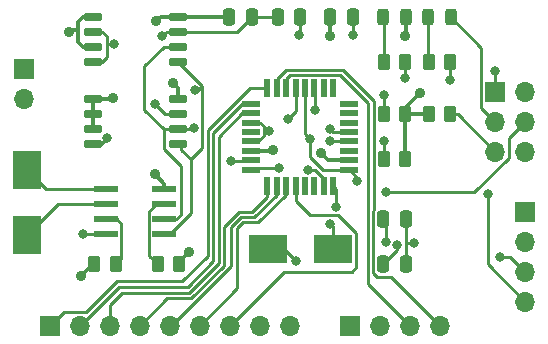
<source format=gtl>
%TF.GenerationSoftware,KiCad,Pcbnew,8.0.6*%
%TF.CreationDate,2024-11-27T12:56:47-08:00*%
%TF.ProjectId,Project 3 MCUdatalogger,50726f6a-6563-4742-9033-204d43556461,1*%
%TF.SameCoordinates,Original*%
%TF.FileFunction,Copper,L1,Top*%
%TF.FilePolarity,Positive*%
%FSLAX46Y46*%
G04 Gerber Fmt 4.6, Leading zero omitted, Abs format (unit mm)*
G04 Created by KiCad (PCBNEW 8.0.6) date 2024-11-27 12:56:47*
%MOMM*%
%LPD*%
G01*
G04 APERTURE LIST*
G04 Aperture macros list*
%AMRoundRect*
0 Rectangle with rounded corners*
0 $1 Rounding radius*
0 $2 $3 $4 $5 $6 $7 $8 $9 X,Y pos of 4 corners*
0 Add a 4 corners polygon primitive as box body*
4,1,4,$2,$3,$4,$5,$6,$7,$8,$9,$2,$3,0*
0 Add four circle primitives for the rounded corners*
1,1,$1+$1,$2,$3*
1,1,$1+$1,$4,$5*
1,1,$1+$1,$6,$7*
1,1,$1+$1,$8,$9*
0 Add four rect primitives between the rounded corners*
20,1,$1+$1,$2,$3,$4,$5,0*
20,1,$1+$1,$4,$5,$6,$7,0*
20,1,$1+$1,$6,$7,$8,$9,0*
20,1,$1+$1,$8,$9,$2,$3,0*%
G04 Aperture macros list end*
%TA.AperFunction,SMDPad,CuDef*%
%ADD10RoundRect,0.250000X0.262500X0.450000X-0.262500X0.450000X-0.262500X-0.450000X0.262500X-0.450000X0*%
%TD*%
%TA.AperFunction,SMDPad,CuDef*%
%ADD11RoundRect,0.073750X-0.911250X-0.221250X0.911250X-0.221250X0.911250X0.221250X-0.911250X0.221250X0*%
%TD*%
%TA.AperFunction,SMDPad,CuDef*%
%ADD12R,2.400000X3.325000*%
%TD*%
%TA.AperFunction,SMDPad,CuDef*%
%ADD13RoundRect,0.250000X-0.262500X-0.450000X0.262500X-0.450000X0.262500X0.450000X-0.262500X0.450000X0*%
%TD*%
%TA.AperFunction,ComponentPad*%
%ADD14R,1.700000X1.700000*%
%TD*%
%TA.AperFunction,ComponentPad*%
%ADD15O,1.700000X1.700000*%
%TD*%
%TA.AperFunction,SMDPad,CuDef*%
%ADD16RoundRect,0.250000X-0.250000X-0.475000X0.250000X-0.475000X0.250000X0.475000X-0.250000X0.475000X0*%
%TD*%
%TA.AperFunction,SMDPad,CuDef*%
%ADD17RoundRect,0.250000X0.250000X0.475000X-0.250000X0.475000X-0.250000X-0.475000X0.250000X-0.475000X0*%
%TD*%
%TA.AperFunction,SMDPad,CuDef*%
%ADD18RoundRect,0.150000X-0.650000X-0.150000X0.650000X-0.150000X0.650000X0.150000X-0.650000X0.150000X0*%
%TD*%
%TA.AperFunction,SMDPad,CuDef*%
%ADD19RoundRect,0.243750X-0.243750X-0.456250X0.243750X-0.456250X0.243750X0.456250X-0.243750X0.456250X0*%
%TD*%
%TA.AperFunction,SMDPad,CuDef*%
%ADD20RoundRect,0.068750X-0.666250X-0.206250X0.666250X-0.206250X0.666250X0.206250X-0.666250X0.206250X0*%
%TD*%
%TA.AperFunction,SMDPad,CuDef*%
%ADD21RoundRect,0.068750X-0.206250X-0.666250X0.206250X-0.666250X0.206250X0.666250X-0.206250X0.666250X0*%
%TD*%
%TA.AperFunction,SMDPad,CuDef*%
%ADD22R,3.325000X2.400000*%
%TD*%
%TA.AperFunction,ViaPad*%
%ADD23C,0.900000*%
%TD*%
%TA.AperFunction,ViaPad*%
%ADD24C,0.800000*%
%TD*%
%TA.AperFunction,Conductor*%
%ADD25C,0.250000*%
%TD*%
%TA.AperFunction,Conductor*%
%ADD26C,0.350000*%
%TD*%
G04 APERTURE END LIST*
D10*
%TO.P,R5,1*%
%TO.N,GND*%
X76200000Y-63500000D03*
%TO.P,R5,2*%
%TO.N,Net-(D1-K)*%
X74375000Y-63500000D03*
%TD*%
D11*
%TO.P,U2,1,X1*%
%TO.N,Net-(U2-X1)*%
X47055000Y-74295000D03*
%TO.P,U2,2,X2*%
%TO.N,Net-(U2-X2)*%
X47055000Y-75565000D03*
%TO.P,U2,3,~{INTA}*%
%TO.N,Net-(U2-~{INTA})*%
X47055000Y-76835000D03*
%TO.P,U2,4,GND*%
%TO.N,GND*%
X47055000Y-78105000D03*
%TO.P,U2,5,SDA*%
%TO.N,/SDA*%
X52005000Y-78105000D03*
%TO.P,U2,6,SCL*%
%TO.N,/SCK*%
X52005000Y-76835000D03*
%TO.P,U2,7,SQW/~INT*%
%TO.N,Net-(U2-SQW{slash}~INT)*%
X52005000Y-75565000D03*
%TO.P,U2,8,VCC*%
%TO.N,/Vcc*%
X52005000Y-74295000D03*
%TD*%
D12*
%TO.P,Y1,1,1*%
%TO.N,Net-(U2-X1)*%
X40386000Y-72675500D03*
%TO.P,Y1,2,2*%
%TO.N,Net-(U2-X2)*%
X40386000Y-78200500D03*
%TD*%
D10*
%TO.P,R2,1*%
%TO.N,/Vcc*%
X53260000Y-80645000D03*
%TO.P,R2,2*%
%TO.N,Net-(U2-SQW{slash}~INT)*%
X51435000Y-80645000D03*
%TD*%
D13*
%TO.P,R1,1*%
%TO.N,/Vcc*%
X46077500Y-80645000D03*
%TO.P,R1,2*%
%TO.N,Net-(U2-~{INTA})*%
X47902500Y-80645000D03*
%TD*%
D14*
%TO.P,J4,1,Pin_1*%
%TO.N,/MISO*%
X80010000Y-66040000D03*
D15*
%TO.P,J4,2,Pin_2*%
%TO.N,/Vcc*%
X82550000Y-66040000D03*
%TO.P,J4,3,Pin_3*%
%TO.N,/SCK*%
X80010000Y-68580000D03*
%TO.P,J4,4,Pin_4*%
%TO.N,/MOSI*%
X82550000Y-68580000D03*
%TO.P,J4,5,Pin_5*%
%TO.N,/RESET*%
X80010000Y-71120000D03*
%TO.P,J4,6,Pin_6*%
%TO.N,GND*%
X82550000Y-71120000D03*
%TD*%
D16*
%TO.P,C5,1*%
%TO.N,/Vcc*%
X66045000Y-59690000D03*
%TO.P,C5,2*%
%TO.N,GND*%
X67945000Y-59690000D03*
%TD*%
D10*
%TO.P,R4,1*%
%TO.N,/Vcc*%
X72390000Y-67945000D03*
%TO.P,R4,2*%
%TO.N,/SDA*%
X70565000Y-67945000D03*
%TD*%
D13*
%TO.P,R7,1*%
%TO.N,Net-(D2-K)*%
X70565000Y-63500000D03*
%TO.P,R7,2*%
%TO.N,GND*%
X72390000Y-63500000D03*
%TD*%
D10*
%TO.P,R3,1*%
%TO.N,/Vcc*%
X72390000Y-71755000D03*
%TO.P,R3,2*%
%TO.N,/SCK*%
X70565000Y-71755000D03*
%TD*%
D13*
%TO.P,R6,1*%
%TO.N,/Vcc*%
X74375000Y-67945000D03*
%TO.P,R6,2*%
%TO.N,/RESET*%
X76200000Y-67945000D03*
%TD*%
D16*
%TO.P,C3,1*%
%TO.N,GND*%
X61600000Y-59690000D03*
%TO.P,C3,2*%
%TO.N,Net-(U4-PB7)*%
X63500000Y-59690000D03*
%TD*%
D17*
%TO.P,C2,1*%
%TO.N,GND*%
X72427500Y-76835000D03*
%TO.P,C2,2*%
%TO.N,Net-(U4-PB6)*%
X70527500Y-76835000D03*
%TD*%
D16*
%TO.P,C1,1*%
%TO.N,/Vcc*%
X57475000Y-59690000D03*
%TO.P,C1,2*%
%TO.N,GND*%
X59375000Y-59690000D03*
%TD*%
D18*
%TO.P,U1,1,A0*%
%TO.N,/Vcc*%
X45930000Y-66675000D03*
%TO.P,U1,2,A1*%
X45930000Y-67945000D03*
%TO.P,U1,3,A2*%
X45930000Y-69215000D03*
%TO.P,U1,4,GND*%
%TO.N,GND*%
X45930000Y-70485000D03*
%TO.P,U1,5,SDA*%
%TO.N,/SDA*%
X53130000Y-70485000D03*
%TO.P,U1,6,SCL*%
%TO.N,/SCK*%
X53130000Y-69215000D03*
%TO.P,U1,7,WP*%
%TO.N,GND*%
X53130000Y-67945000D03*
%TO.P,U1,8,VCC*%
%TO.N,/Vcc*%
X53130000Y-66675000D03*
%TD*%
D14*
%TO.P,J2,1,Pin_1*%
%TO.N,/D2*%
X42291000Y-85852000D03*
D15*
%TO.P,J2,2,Pin_2*%
%TO.N,/D3*%
X44831000Y-85852000D03*
%TO.P,J2,3,Pin_3*%
%TO.N,/D4*%
X47371000Y-85852000D03*
%TO.P,J2,4,Pin_4*%
%TO.N,/D5*%
X49911000Y-85852000D03*
%TO.P,J2,5,Pin_5*%
%TO.N,/D6*%
X52451000Y-85852000D03*
%TO.P,J2,6,Pin_6*%
%TO.N,/D7*%
X54991000Y-85852000D03*
%TO.P,J2,7,Pin_7*%
%TO.N,/D8*%
X57531000Y-85852000D03*
%TO.P,J2,8,Pin_8*%
%TO.N,GND*%
X60071000Y-85852000D03*
%TO.P,J2,9,Pin_9*%
%TO.N,/Vcc*%
X62611000Y-85852000D03*
%TD*%
D18*
%TO.P,U3,1,A0*%
%TO.N,/Vcc*%
X45930000Y-59690000D03*
%TO.P,U3,2,A1*%
%TO.N,GND*%
X45930000Y-60960000D03*
%TO.P,U3,3,A2*%
%TO.N,/Vcc*%
X45930000Y-62230000D03*
%TO.P,U3,4,GND*%
%TO.N,GND*%
X45930000Y-63500000D03*
%TO.P,U3,5,SDA*%
%TO.N,/SDA*%
X53130000Y-63500000D03*
%TO.P,U3,6,SCL*%
%TO.N,/SCK*%
X53130000Y-62230000D03*
%TO.P,U3,7,WP*%
%TO.N,GND*%
X53130000Y-60960000D03*
%TO.P,U3,8,VCC*%
%TO.N,/Vcc*%
X53130000Y-59690000D03*
%TD*%
D19*
%TO.P,D2,1,K*%
%TO.N,Net-(D2-K)*%
X70540000Y-59690000D03*
%TO.P,D2,2,A*%
%TO.N,/Vcc*%
X72415000Y-59690000D03*
%TD*%
D14*
%TO.P,BT1,1,+*%
%TO.N,/Vcc*%
X40132000Y-64135000D03*
D15*
%TO.P,BT1,2,-*%
%TO.N,GND*%
X40132000Y-66675000D03*
%TD*%
D17*
%TO.P,C4,1*%
%TO.N,GND*%
X72427500Y-80645000D03*
%TO.P,C4,2*%
%TO.N,Net-(U4-AREF)*%
X70527500Y-80645000D03*
%TD*%
D14*
%TO.P,J3,1,Pin_1*%
%TO.N,GND*%
X67691000Y-85852000D03*
D15*
%TO.P,J3,2,Pin_2*%
%TO.N,/Vcc*%
X70231000Y-85852000D03*
%TO.P,J3,3,Pin_3*%
%TO.N,/RX*%
X72771000Y-85852000D03*
%TO.P,J3,4,Pin_4*%
%TO.N,/TX*%
X75311000Y-85852000D03*
%TD*%
D14*
%TO.P,J1,1,Pin_1*%
%TO.N,GND*%
X82550000Y-76200000D03*
D15*
%TO.P,J1,2,Pin_2*%
%TO.N,/Vcc*%
X82550000Y-78740000D03*
%TO.P,J1,3,Pin_3*%
%TO.N,/SDA*%
X82550000Y-81280000D03*
%TO.P,J1,4,Pin_4*%
%TO.N,/SCK*%
X82550000Y-83820000D03*
%TD*%
D19*
%TO.P,D1,1,K*%
%TO.N,Net-(D1-K)*%
X74350000Y-59690000D03*
%TO.P,D1,2,A*%
%TO.N,/SCK*%
X76225000Y-59690000D03*
%TD*%
D20*
%TO.P,U4,1,PD3*%
%TO.N,/D3*%
X59330000Y-67050000D03*
%TO.P,U4,2,PD4*%
%TO.N,/D4*%
X59330000Y-67850000D03*
%TO.P,U4,3,GND*%
%TO.N,GND*%
X59330000Y-68650000D03*
%TO.P,U4,4,VCC*%
%TO.N,unconnected-(U4-VCC-Pad4)*%
X59330000Y-69450000D03*
%TO.P,U4,5,GND*%
%TO.N,GND*%
X59330000Y-70250000D03*
%TO.P,U4,6,VCC*%
%TO.N,/Vcc*%
X59330000Y-71050000D03*
%TO.P,U4,7,PB6*%
%TO.N,Net-(U4-PB6)*%
X59330000Y-71850000D03*
%TO.P,U4,8,PB7*%
%TO.N,Net-(U4-PB7)*%
X59330000Y-72650000D03*
D21*
%TO.P,U4,9,PD5*%
%TO.N,/D5*%
X60700000Y-74020000D03*
%TO.P,U4,10,PD6*%
%TO.N,/D6*%
X61500000Y-74020000D03*
%TO.P,U4,11,PD7*%
%TO.N,/D7*%
X62300000Y-74020000D03*
%TO.P,U4,12,PB0*%
%TO.N,/D8*%
X63100000Y-74020000D03*
%TO.P,U4,13,PB1*%
%TO.N,unconnected-(U4-PB1-Pad13)*%
X63900000Y-74020000D03*
%TO.P,U4,14,PB2*%
%TO.N,unconnected-(U4-PB2-Pad14)*%
X64700000Y-74020000D03*
%TO.P,U4,15,PB3*%
%TO.N,/MOSI*%
X65500000Y-74020000D03*
%TO.P,U4,16,PB4*%
%TO.N,/MISO*%
X66300000Y-74020000D03*
D20*
%TO.P,U4,17,PB5*%
%TO.N,/SCK*%
X67670000Y-72650000D03*
%TO.P,U4,18,AVCC*%
%TO.N,/Vcc*%
X67670000Y-71850000D03*
%TO.P,U4,19,ADC6*%
%TO.N,unconnected-(U4-ADC6-Pad19)*%
X67670000Y-71050000D03*
%TO.P,U4,20,AREF*%
%TO.N,Net-(U4-AREF)*%
X67670000Y-70250000D03*
%TO.P,U4,21,GND*%
%TO.N,GND*%
X67670000Y-69450000D03*
%TO.P,U4,22,ADC7*%
%TO.N,unconnected-(U4-ADC7-Pad22)*%
X67670000Y-68650000D03*
%TO.P,U4,23,PC0*%
%TO.N,unconnected-(U4-PC0-Pad23)*%
X67670000Y-67850000D03*
%TO.P,U4,24,PC1*%
%TO.N,unconnected-(U4-PC1-Pad24)*%
X67670000Y-67050000D03*
D21*
%TO.P,U4,25,PC2*%
%TO.N,unconnected-(U4-PC2-Pad25)*%
X66300000Y-65680000D03*
%TO.P,U4,26,PC3*%
%TO.N,unconnected-(U4-PC3-Pad26)*%
X65500000Y-65680000D03*
%TO.P,U4,27,PC4*%
%TO.N,/SDA*%
X64700000Y-65680000D03*
%TO.P,U4,28,PC5*%
%TO.N,/SCK*%
X63900000Y-65680000D03*
%TO.P,U4,29,PC6/~{RESET}*%
%TO.N,/RESET*%
X63100000Y-65680000D03*
%TO.P,U4,30,PD0*%
%TO.N,/RX*%
X62300000Y-65680000D03*
%TO.P,U4,31,PD1*%
%TO.N,/TX*%
X61500000Y-65680000D03*
%TO.P,U4,32,PD2*%
%TO.N,/D2*%
X60700000Y-65680000D03*
%TD*%
D22*
%TO.P,Y2,1,1*%
%TO.N,Net-(U4-PB7)*%
X66262500Y-79375000D03*
%TO.P,Y2,2,2*%
%TO.N,Net-(U4-PB6)*%
X60737500Y-79375000D03*
%TD*%
D23*
%TO.N,/Vcc*%
X51181000Y-73025000D03*
X65278000Y-71247000D03*
X73660000Y-66167000D03*
X72390000Y-61341000D03*
X66040000Y-61341000D03*
X61214000Y-70929000D03*
X52705000Y-65278000D03*
X51308000Y-60071000D03*
X47625000Y-66548000D03*
X43942000Y-60960000D03*
X44958000Y-81661000D03*
X54102000Y-79629000D03*
D24*
%TO.N,/MISO*%
X66548000Y-75766000D03*
X80010000Y-64262000D03*
%TO.N,GND*%
X67945000Y-61214000D03*
X72390000Y-64897000D03*
X76200000Y-65024000D03*
X73152000Y-78867000D03*
X45085000Y-78105000D03*
X66035347Y-69210347D03*
X60833000Y-69379000D03*
X47117000Y-69977000D03*
X51181000Y-67056000D03*
X47752000Y-61976000D03*
X51816000Y-61341000D03*
%TO.N,/RESET*%
X62484000Y-68326000D03*
%TO.N,/SCK*%
X54483000Y-69088000D03*
X64325500Y-70040500D03*
%TO.N,Net-(U4-PB6)*%
X57658000Y-71882000D03*
%TO.N,/SCK*%
X79375000Y-74676000D03*
%TO.N,/SDA*%
X80391000Y-80010000D03*
%TO.N,Net-(U4-AREF)*%
X71700527Y-79014722D03*
X66040000Y-70231000D03*
%TO.N,Net-(U4-PB6)*%
X70739000Y-78740000D03*
X63119000Y-80391000D03*
%TO.N,Net-(U4-PB7)*%
X66040000Y-77216000D03*
X61722000Y-72517000D03*
X63373000Y-61214000D03*
%TO.N,/SCK*%
X68267153Y-73591847D03*
X70612000Y-70231000D03*
%TO.N,/SDA*%
X64770000Y-67564000D03*
X70612000Y-66294000D03*
%TO.N,/MOSI*%
X64135000Y-72644000D03*
X70739000Y-74549000D03*
%TO.N,/SDA*%
X54610000Y-65913000D03*
%TD*%
D25*
%TO.N,/TX*%
X61500000Y-64951000D02*
X61500000Y-65680000D01*
X62281000Y-64170000D02*
X61500000Y-64951000D01*
X67092396Y-64170000D02*
X62281000Y-64170000D01*
X69723000Y-66800604D02*
X67092396Y-64170000D01*
X69727500Y-76089900D02*
X69727500Y-66933500D01*
X70011000Y-81695000D02*
X69702500Y-81386500D01*
X69702500Y-76114900D02*
X69727500Y-76089900D01*
X69702500Y-81386500D02*
X69702500Y-76114900D01*
X69723000Y-66929000D02*
X69723000Y-66800604D01*
X71154000Y-81695000D02*
X70011000Y-81695000D01*
X75311000Y-85852000D02*
X71154000Y-81695000D01*
X69727500Y-66933500D02*
X69723000Y-66929000D01*
D26*
%TO.N,/Vcc*%
X52005000Y-73849000D02*
X51181000Y-73025000D01*
X52005000Y-74295000D02*
X52005000Y-73849000D01*
X65278000Y-71247000D02*
X65881000Y-71850000D01*
X65881000Y-71850000D02*
X67670000Y-71850000D01*
D25*
%TO.N,/SCK*%
X64325500Y-71564500D02*
X64325500Y-70040500D01*
X65411000Y-72650000D02*
X64325500Y-71564500D01*
X67670000Y-72650000D02*
X65411000Y-72650000D01*
%TO.N,/MOSI*%
X64755252Y-72644000D02*
X65500000Y-73388748D01*
X64135000Y-72644000D02*
X64755252Y-72644000D01*
X65500000Y-73388748D02*
X65500000Y-74020000D01*
D26*
%TO.N,/Vcc*%
X72390000Y-67437000D02*
X73660000Y-66167000D01*
X72390000Y-67945000D02*
X72390000Y-67437000D01*
X72415000Y-61316000D02*
X72390000Y-61341000D01*
X72415000Y-59690000D02*
X72415000Y-61316000D01*
X66045000Y-61336000D02*
X66040000Y-61341000D01*
X66045000Y-59690000D02*
X66045000Y-61336000D01*
X61093000Y-71050000D02*
X61214000Y-70929000D01*
X59330000Y-71050000D02*
X61093000Y-71050000D01*
X53130000Y-65703000D02*
X52705000Y-65278000D01*
X53130000Y-66675000D02*
X53130000Y-65703000D01*
X51689000Y-59690000D02*
X51308000Y-60071000D01*
X53130000Y-59690000D02*
X51689000Y-59690000D01*
X47498000Y-66675000D02*
X47625000Y-66548000D01*
X45930000Y-66675000D02*
X47498000Y-66675000D01*
X44069000Y-60833000D02*
X43942000Y-60960000D01*
X44704000Y-60833000D02*
X44069000Y-60833000D01*
X44704000Y-60833000D02*
X44704000Y-60116001D01*
X44704000Y-61803999D02*
X44704000Y-60833000D01*
X45974000Y-80645000D02*
X44958000Y-81661000D01*
X46077500Y-80645000D02*
X45974000Y-80645000D01*
X53260000Y-80471000D02*
X54102000Y-79629000D01*
X53260000Y-80645000D02*
X53260000Y-80471000D01*
D25*
%TO.N,/MISO*%
X66548000Y-74268000D02*
X66300000Y-74020000D01*
X66548000Y-75766000D02*
X66548000Y-74268000D01*
X80010000Y-66040000D02*
X80010000Y-64262000D01*
%TO.N,GND*%
X67945000Y-59690000D02*
X67945000Y-61214000D01*
X72390000Y-63500000D02*
X72390000Y-64897000D01*
X76200000Y-63500000D02*
X76200000Y-65024000D01*
X72427500Y-78867000D02*
X73152000Y-78867000D01*
X72427500Y-78867000D02*
X72427500Y-76835000D01*
X72427500Y-80645000D02*
X72427500Y-78867000D01*
X47055000Y-78105000D02*
X45085000Y-78105000D01*
X51181000Y-67056000D02*
X52070000Y-67945000D01*
X52070000Y-67945000D02*
X53130000Y-67945000D01*
%TO.N,/SCK*%
X50292000Y-63881000D02*
X50292000Y-67564000D01*
X51943000Y-62230000D02*
X50292000Y-63881000D01*
X53130000Y-62230000D02*
X51943000Y-62230000D01*
X50292000Y-67564000D02*
X51943000Y-69215000D01*
%TO.N,GND*%
X66275000Y-69450000D02*
X66035347Y-69210347D01*
X67670000Y-69450000D02*
X66275000Y-69450000D01*
X60743000Y-69469000D02*
X60833000Y-69379000D01*
X60390000Y-69469000D02*
X60743000Y-69469000D01*
X60390000Y-69469000D02*
X60390000Y-69821252D01*
X60390000Y-68975000D02*
X60390000Y-69469000D01*
X60390000Y-69821252D02*
X59961252Y-70250000D01*
X60065000Y-68650000D02*
X60390000Y-68975000D01*
X59330000Y-68650000D02*
X60065000Y-68650000D01*
X59961252Y-70250000D02*
X59330000Y-70250000D01*
X46609000Y-70485000D02*
X47117000Y-69977000D01*
X45930000Y-70485000D02*
X46609000Y-70485000D01*
X47117000Y-61976000D02*
X47752000Y-61976000D01*
X47117000Y-61976000D02*
X47117000Y-63112999D01*
X47117000Y-61347001D02*
X47117000Y-61976000D01*
X52197000Y-60960000D02*
X51816000Y-61341000D01*
X53130000Y-60960000D02*
X52197000Y-60960000D01*
%TO.N,/RESET*%
X63100000Y-67710000D02*
X62484000Y-68326000D01*
X63100000Y-65680000D02*
X63100000Y-67710000D01*
%TO.N,/SDA*%
X55208000Y-70776000D02*
X55208000Y-65578000D01*
X55208000Y-65578000D02*
X53130000Y-63500000D01*
X54229000Y-71755000D02*
X55208000Y-70776000D01*
%TO.N,/D2*%
X43466000Y-84677000D02*
X42291000Y-85852000D01*
X53467000Y-82100000D02*
X47946604Y-82100000D01*
X55658000Y-79909000D02*
X53467000Y-82100000D01*
X45369604Y-84677000D02*
X43466000Y-84677000D01*
X55658000Y-69290748D02*
X55658000Y-79909000D01*
X47946604Y-82100000D02*
X45369604Y-84677000D01*
X59268748Y-65680000D02*
X55658000Y-69290748D01*
X60700000Y-65680000D02*
X59268748Y-65680000D01*
%TO.N,/SCK*%
X54356000Y-69215000D02*
X53130000Y-69215000D01*
X54483000Y-69088000D02*
X54356000Y-69215000D01*
X64325500Y-70040500D02*
X63900000Y-69615000D01*
X63900000Y-69615000D02*
X63900000Y-65680000D01*
%TO.N,Net-(U4-PB6)*%
X59298000Y-71882000D02*
X59330000Y-71850000D01*
X57658000Y-71882000D02*
X59298000Y-71882000D01*
%TO.N,/SCK*%
X79375000Y-80645000D02*
X79375000Y-74676000D01*
X82550000Y-83820000D02*
X79375000Y-80645000D01*
%TO.N,/SDA*%
X82550000Y-81280000D02*
X81280000Y-80010000D01*
X81280000Y-80010000D02*
X80391000Y-80010000D01*
%TO.N,Net-(U4-AREF)*%
X71700527Y-79471973D02*
X70527500Y-80645000D01*
X71700527Y-79014722D02*
X71700527Y-79471973D01*
X66059000Y-70250000D02*
X66040000Y-70231000D01*
X67670000Y-70250000D02*
X66059000Y-70250000D01*
%TO.N,Net-(U4-PB7)*%
X61722000Y-72517000D02*
X59463000Y-72517000D01*
X59463000Y-72517000D02*
X59330000Y-72650000D01*
%TO.N,Net-(U4-PB6)*%
X70739000Y-77046500D02*
X70527500Y-76835000D01*
X70739000Y-78740000D02*
X70739000Y-77046500D01*
X60737500Y-79375000D02*
X62103000Y-79375000D01*
X62103000Y-79375000D02*
X63119000Y-80391000D01*
%TO.N,/D8*%
X63100000Y-75292000D02*
X63100000Y-74020000D01*
X64299000Y-76491000D02*
X63100000Y-75292000D01*
X66712000Y-76491000D02*
X64299000Y-76491000D01*
X68250000Y-78029000D02*
X66712000Y-76491000D01*
X68250000Y-80900000D02*
X68250000Y-78029000D01*
X62103000Y-81280000D02*
X67870000Y-81280000D01*
X67870000Y-81280000D02*
X68250000Y-80900000D01*
X57531000Y-85852000D02*
X62103000Y-81280000D01*
%TO.N,Net-(U4-PB7)*%
X66262500Y-77438500D02*
X66040000Y-77216000D01*
X66262500Y-79375000D02*
X66262500Y-77438500D01*
X63500000Y-61087000D02*
X63373000Y-61214000D01*
X63500000Y-59690000D02*
X63500000Y-61087000D01*
%TO.N,Net-(D1-K)*%
X74350000Y-63475000D02*
X74375000Y-63500000D01*
X74350000Y-59690000D02*
X74350000Y-63475000D01*
%TO.N,Net-(D2-K)*%
X70565000Y-59715000D02*
X70540000Y-59690000D01*
X70565000Y-63500000D02*
X70565000Y-59715000D01*
%TO.N,/SCK*%
X68267153Y-73247153D02*
X67670000Y-72650000D01*
X68267153Y-73591847D02*
X68267153Y-73247153D01*
X70565000Y-70278000D02*
X70612000Y-70231000D01*
X70565000Y-71755000D02*
X70565000Y-70278000D01*
%TO.N,/SDA*%
X64770000Y-67564000D02*
X64770000Y-65750000D01*
X64770000Y-65750000D02*
X64700000Y-65680000D01*
X70565000Y-66341000D02*
X70612000Y-66294000D01*
X70565000Y-67945000D02*
X70565000Y-66341000D01*
%TO.N,/MOSI*%
X78242701Y-74549000D02*
X70739000Y-74549000D01*
X81185000Y-71606701D02*
X78242701Y-74549000D01*
X81185000Y-69945000D02*
X81185000Y-71606701D01*
X82550000Y-68580000D02*
X81185000Y-69945000D01*
D26*
%TO.N,/Vcc*%
X72390000Y-67945000D02*
X72390000Y-71755000D01*
X74375000Y-67945000D02*
X72390000Y-67945000D01*
D25*
%TO.N,/RESET*%
X76835000Y-67945000D02*
X80010000Y-71120000D01*
X76200000Y-67945000D02*
X76835000Y-67945000D01*
%TO.N,/SCK*%
X78835000Y-67405000D02*
X80010000Y-68580000D01*
X76225000Y-59690000D02*
X78835000Y-62300000D01*
X78835000Y-62300000D02*
X78835000Y-67405000D01*
%TO.N,/SDA*%
X52451000Y-78105000D02*
X52005000Y-78105000D01*
X54229000Y-76327000D02*
X52451000Y-78105000D01*
X54229000Y-71755000D02*
X54229000Y-76327000D01*
X53429999Y-70955999D02*
X54229000Y-71755000D01*
X53130000Y-70485000D02*
X53429999Y-70784999D01*
X53429999Y-70784999D02*
X53429999Y-70955999D01*
%TO.N,/SCK*%
X51943000Y-70866000D02*
X51943000Y-69215000D01*
X53365000Y-72288000D02*
X51943000Y-70866000D01*
X53365000Y-76460000D02*
X53365000Y-72288000D01*
X52990000Y-76835000D02*
X53365000Y-76460000D01*
X52005000Y-76835000D02*
X52990000Y-76835000D01*
X51943000Y-69215000D02*
X53130000Y-69215000D01*
%TO.N,GND*%
X59375000Y-59690000D02*
X61600000Y-59690000D01*
D26*
%TO.N,/Vcc*%
X53130000Y-59690000D02*
X57475000Y-59690000D01*
D25*
%TO.N,GND*%
X58105000Y-60960000D02*
X59375000Y-59690000D01*
X53130000Y-60960000D02*
X58105000Y-60960000D01*
X47117000Y-63112999D02*
X46729999Y-63500000D01*
X46729999Y-63500000D02*
X45930000Y-63500000D01*
X45930000Y-60960000D02*
X46729999Y-60960000D01*
X46729999Y-60960000D02*
X47117000Y-61347001D01*
D26*
%TO.N,/Vcc*%
X44704000Y-60116001D02*
X45130001Y-59690000D01*
X45130001Y-62230000D02*
X44704000Y-61803999D01*
X45930000Y-62230000D02*
X45130001Y-62230000D01*
X45130001Y-59690000D02*
X45930000Y-59690000D01*
X45930000Y-67945000D02*
X45930000Y-69215000D01*
X45930000Y-66675000D02*
X45930000Y-67945000D01*
D25*
%TO.N,Net-(U2-X1)*%
X42005500Y-74295000D02*
X40386000Y-72675500D01*
X47055000Y-74295000D02*
X42005500Y-74295000D01*
%TO.N,Net-(U2-X2)*%
X43021500Y-75565000D02*
X47055000Y-75565000D01*
X40386000Y-78200500D02*
X43021500Y-75565000D01*
%TO.N,Net-(U2-~{INTA})*%
X48365000Y-77194000D02*
X48006000Y-76835000D01*
X48365000Y-80182500D02*
X48365000Y-77194000D01*
X48006000Y-76835000D02*
X47055000Y-76835000D01*
X47902500Y-80645000D02*
X48365000Y-80182500D01*
%TO.N,Net-(U2-SQW{slash}~INT)*%
X50695000Y-76178000D02*
X51308000Y-75565000D01*
X51308000Y-75565000D02*
X52005000Y-75565000D01*
X50695000Y-79905000D02*
X50695000Y-76178000D01*
X51435000Y-80645000D02*
X50695000Y-79905000D01*
%TO.N,/RX*%
X62631000Y-64620000D02*
X62300000Y-64951000D01*
X69277500Y-66991500D02*
X66906000Y-64620000D01*
X69252500Y-75928504D02*
X69277500Y-75903504D01*
X69252500Y-82333500D02*
X69252500Y-75928504D01*
X62300000Y-64951000D02*
X62300000Y-65680000D01*
X72771000Y-85852000D02*
X69252500Y-82333500D01*
X69277500Y-75903504D02*
X69277500Y-66991500D01*
X66906000Y-64620000D02*
X62631000Y-64620000D01*
%TO.N,/D5*%
X60700000Y-74918604D02*
X60700000Y-74020000D01*
X58301208Y-76189000D02*
X59429604Y-76189000D01*
X57034000Y-80763792D02*
X57034000Y-77456208D01*
X54289792Y-83508000D02*
X57034000Y-80763792D01*
X59429604Y-76189000D02*
X60700000Y-74918604D01*
X52255000Y-83508000D02*
X54289792Y-83508000D01*
X49911000Y-85852000D02*
X52255000Y-83508000D01*
X57034000Y-77456208D02*
X58301208Y-76189000D01*
%TO.N,/D6*%
X61500000Y-74755000D02*
X61500000Y-74020000D01*
X59616000Y-76639000D02*
X61500000Y-74755000D01*
X57658000Y-80776188D02*
X57658000Y-77468604D01*
X58487604Y-76639000D02*
X59616000Y-76639000D01*
X52582188Y-85852000D02*
X57658000Y-80776188D01*
X57658000Y-77468604D02*
X58487604Y-76639000D01*
X52451000Y-85852000D02*
X52582188Y-85852000D01*
%TO.N,/D7*%
X62300000Y-74755000D02*
X62300000Y-74020000D01*
X59966000Y-77089000D02*
X62300000Y-74755000D01*
X58674000Y-77089000D02*
X59966000Y-77089000D01*
X58166000Y-77597000D02*
X58674000Y-77089000D01*
X58166000Y-82677000D02*
X58166000Y-77597000D01*
X54991000Y-85852000D02*
X58166000Y-82677000D01*
%TO.N,/D4*%
X58595000Y-67850000D02*
X59330000Y-67850000D01*
X56584000Y-69861000D02*
X58595000Y-67850000D01*
X56584000Y-80577396D02*
X56584000Y-69861000D01*
X54103396Y-83058000D02*
X56584000Y-80577396D01*
X48387000Y-83058000D02*
X54103396Y-83058000D01*
X47371000Y-84074000D02*
X48387000Y-83058000D01*
X47371000Y-85852000D02*
X47371000Y-84074000D01*
%TO.N,/D3*%
X56134000Y-80391000D02*
X53975000Y-82550000D01*
X53975000Y-82550000D02*
X48133000Y-82550000D01*
X56134000Y-69511000D02*
X56134000Y-80391000D01*
X59330000Y-67050000D02*
X58595000Y-67050000D01*
X58595000Y-67050000D02*
X56134000Y-69511000D01*
X48133000Y-82550000D02*
X44831000Y-85852000D01*
%TO.N,/SDA*%
X55208000Y-65578000D02*
X54873000Y-65913000D01*
X54873000Y-65913000D02*
X54610000Y-65913000D01*
%TD*%
M02*

</source>
